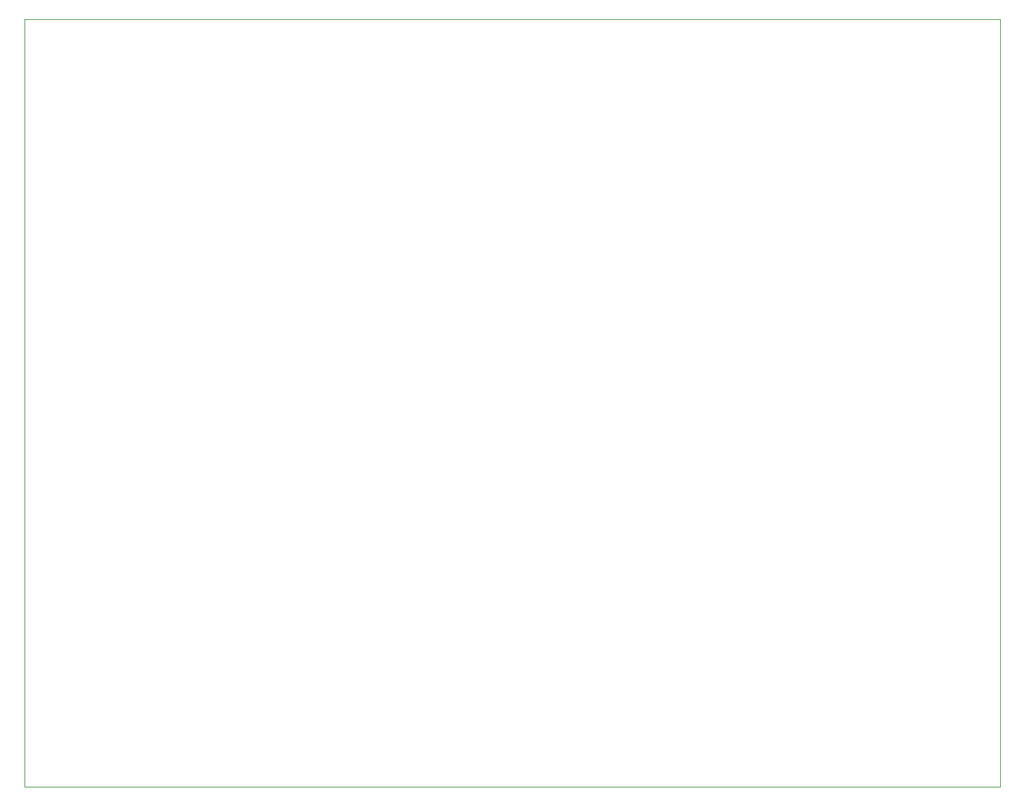
<source format=gbr>
G04 #@! TF.GenerationSoftware,KiCad,Pcbnew,5.1.3-ffb9f22~84~ubuntu16.04.1*
G04 #@! TF.CreationDate,2019-08-02T01:01:26-03:00*
G04 #@! TF.ProjectId,buck30v15v,6275636b-3330-4763-9135-762e6b696361,rev?*
G04 #@! TF.SameCoordinates,Original*
G04 #@! TF.FileFunction,Profile,NP*
%FSLAX46Y46*%
G04 Gerber Fmt 4.6, Leading zero omitted, Abs format (unit mm)*
G04 Created by KiCad (PCBNEW 5.1.3-ffb9f22~84~ubuntu16.04.1) date 2019-08-02 01:01:26*
%MOMM*%
%LPD*%
G04 APERTURE LIST*
%ADD10C,0.050000*%
G04 APERTURE END LIST*
D10*
X21000000Y-125000000D02*
X21000000Y-27000000D01*
X145500000Y-125000000D02*
X21000000Y-125000000D01*
X145500000Y-27000000D02*
X145500000Y-125000000D01*
X21000000Y-27000000D02*
X145500000Y-27000000D01*
M02*

</source>
